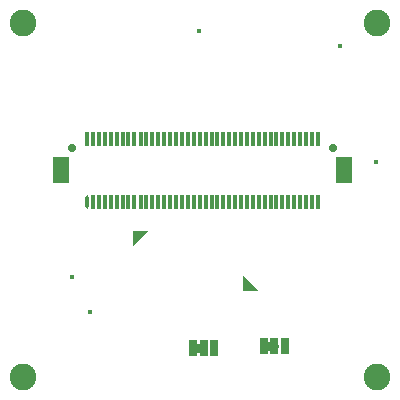
<source format=gts>
G04 Layer_Color=8388736*
%FSLAX42Y42*%
%MOMM*%
G71*
G01*
G75*
%ADD15C,0.80*%
G04:AMPARAMS|DCode=43|XSize=0.3mm|YSize=1.17mm|CornerRadius=0.15mm|HoleSize=0mm|Usage=FLASHONLY|Rotation=180.000|XOffset=0mm|YOffset=0mm|HoleType=Round|Shape=RoundedRectangle|*
%AMROUNDEDRECTD43*
21,1,0.30,0.86,0,0,180.0*
21,1,0.00,1.17,0,0,180.0*
1,1,0.30,0.00,0.43*
1,1,0.30,0.00,0.43*
1,1,0.30,0.00,-0.43*
1,1,0.30,0.00,-0.43*
%
%ADD43ROUNDEDRECTD43*%
%ADD44R,0.30X1.17*%
%ADD45R,1.47X2.16*%
%ADD46R,0.69X1.32*%
%ADD47R,0.46X0.46*%
%ADD48C,2.26*%
%ADD49C,0.71*%
%ADD50R,0.46X0.46*%
G36*
X6687Y3671D02*
X6552D01*
Y3806D01*
X6687Y3671D01*
D02*
G37*
G36*
X5626Y4045D02*
Y4180D01*
X5760D01*
X5626Y4045D01*
D02*
G37*
D15*
X6741Y3200D02*
X6816D01*
X6141Y3189D02*
X6216D01*
D43*
X5237Y4425D02*
D03*
D44*
X5286D02*
D03*
X5337D02*
D03*
X5387D02*
D03*
X5436D02*
D03*
X5486D02*
D03*
X5537D02*
D03*
X5585D02*
D03*
X5636D02*
D03*
X5687D02*
D03*
X5735D02*
D03*
X5786D02*
D03*
X5837D02*
D03*
X5888D02*
D03*
X5936D02*
D03*
X5987D02*
D03*
X6038D02*
D03*
X6086D02*
D03*
X6137D02*
D03*
X6187D02*
D03*
X6238D02*
D03*
X6288D02*
D03*
X6338D02*
D03*
X6388D02*
D03*
X6438D02*
D03*
X6488D02*
D03*
X6538D02*
D03*
X6588D02*
D03*
X6638D02*
D03*
X6688D02*
D03*
X5237Y4956D02*
D03*
X5286D02*
D03*
X5337D02*
D03*
X5387D02*
D03*
X5436D02*
D03*
X5486D02*
D03*
X5537D02*
D03*
X5585D02*
D03*
X5636D02*
D03*
X5687D02*
D03*
X5735D02*
D03*
X5786D02*
D03*
X5837D02*
D03*
X5888D02*
D03*
X5936D02*
D03*
X5987D02*
D03*
X6038D02*
D03*
X6086D02*
D03*
X6137D02*
D03*
X6187D02*
D03*
X6238D02*
D03*
X6288D02*
D03*
X6338D02*
D03*
X6388D02*
D03*
X6438D02*
D03*
X6488D02*
D03*
X6538D02*
D03*
X6588D02*
D03*
X6638D02*
D03*
X6688D02*
D03*
X6738Y4425D02*
D03*
Y4956D02*
D03*
X6788Y4425D02*
D03*
Y4956D02*
D03*
X6838Y4425D02*
D03*
Y4956D02*
D03*
X6888Y4425D02*
D03*
Y4956D02*
D03*
X6938Y4425D02*
D03*
Y4956D02*
D03*
X6988Y4425D02*
D03*
Y4956D02*
D03*
X7038Y4425D02*
D03*
Y4956D02*
D03*
X7088Y4425D02*
D03*
Y4956D02*
D03*
X7138Y4425D02*
D03*
Y4956D02*
D03*
X7188Y4425D02*
D03*
Y4956D02*
D03*
D45*
X7413Y4691D02*
D03*
X5011D02*
D03*
D46*
X6312Y3188D02*
D03*
X6223D02*
D03*
X6134D02*
D03*
X6909Y3200D02*
D03*
X6820D02*
D03*
X6731D02*
D03*
D47*
X7379Y5740D02*
D03*
X7683Y4762D02*
D03*
D48*
X7691Y5939D02*
D03*
X4691Y2939D02*
D03*
X7691D02*
D03*
X4691Y5939D02*
D03*
D49*
X7313Y4881D02*
D03*
X5110D02*
D03*
D50*
X5105Y3785D02*
D03*
X6185Y5867D02*
D03*
X5256Y3492D02*
D03*
M02*

</source>
